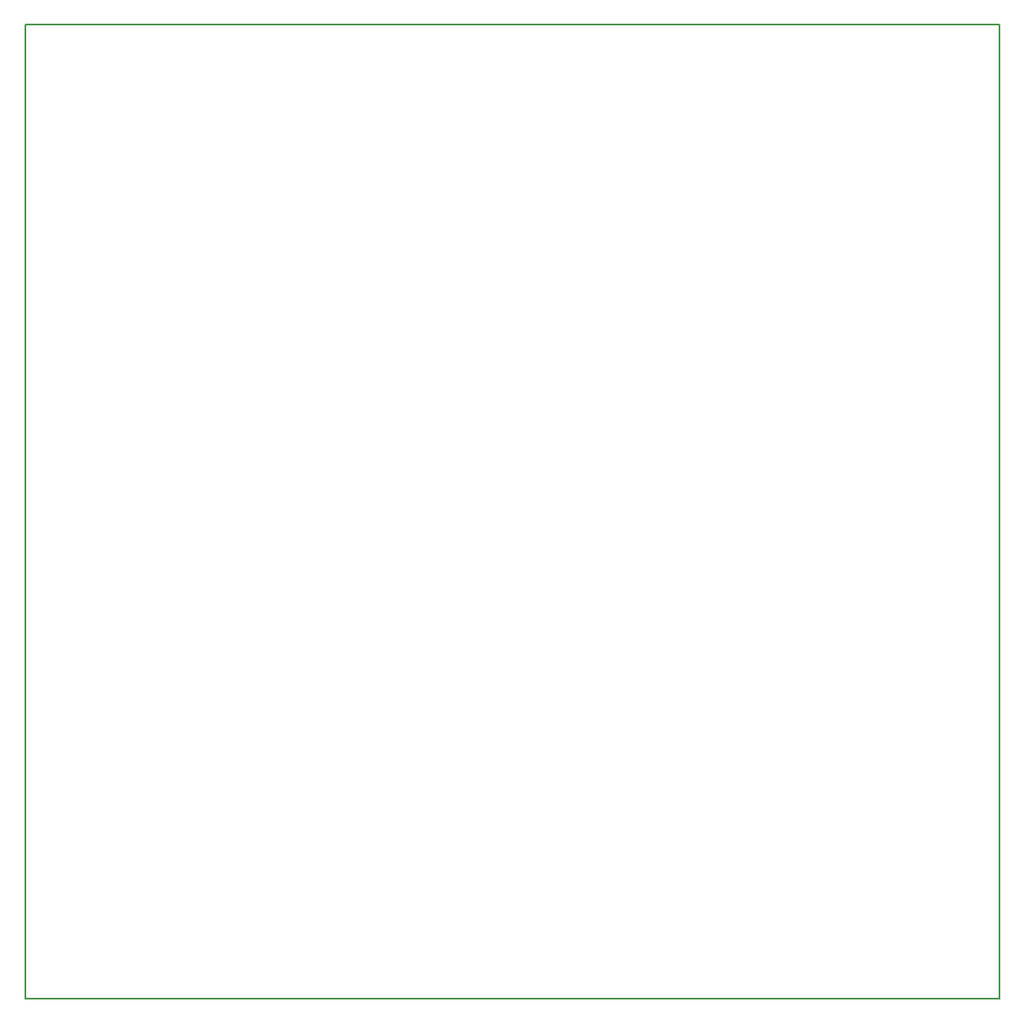
<source format=gbr>
G04 #@! TF.FileFunction,Profile,NP*
%FSLAX46Y46*%
G04 Gerber Fmt 4.6, Leading zero omitted, Abs format (unit mm)*
G04 Created by KiCad (PCBNEW 4.0.7) date 04/20/18 10:23:05*
%MOMM*%
%LPD*%
G01*
G04 APERTURE LIST*
%ADD10C,0.100000*%
%ADD11C,0.150000*%
G04 APERTURE END LIST*
D10*
D11*
X45720000Y-144018000D02*
X45720000Y-46482000D01*
X143256000Y-144018000D02*
X45720000Y-144018000D01*
X143256000Y-46482000D02*
X143256000Y-144018000D01*
X45720000Y-46482000D02*
X143256000Y-46482000D01*
M02*

</source>
